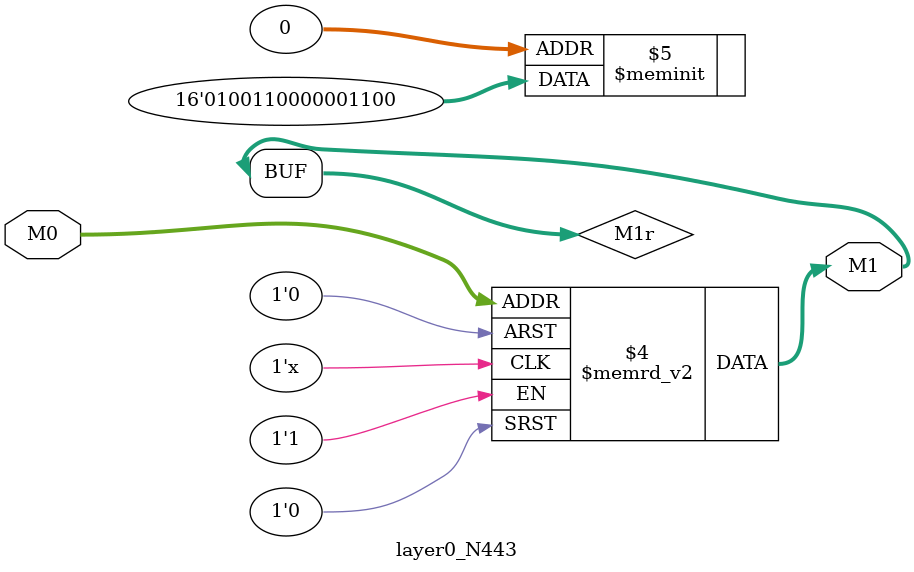
<source format=v>
module layer0_N443 ( input [2:0] M0, output [1:0] M1 );

	(*rom_style = "distributed" *) reg [1:0] M1r;
	assign M1 = M1r;
	always @ (M0) begin
		case (M0)
			3'b000: M1r = 2'b00;
			3'b100: M1r = 2'b00;
			3'b010: M1r = 2'b00;
			3'b110: M1r = 2'b00;
			3'b001: M1r = 2'b11;
			3'b101: M1r = 2'b11;
			3'b011: M1r = 2'b00;
			3'b111: M1r = 2'b01;

		endcase
	end
endmodule

</source>
